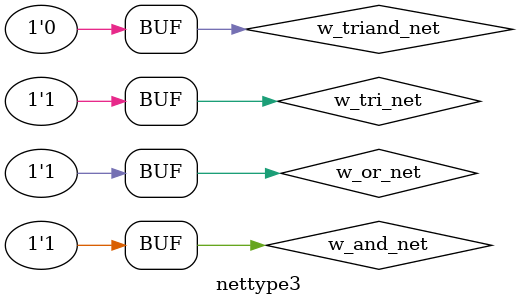
<source format=v>
module nettype3;
wand w_and_net;
wor w_or_net;
tri w_tri_net;
triand w_triand_net;
assign w_and_net = 1'b1;
assign #5 w_and_net = 1'b1;
assign w_or_net = 1'b0;
assign #7 w_or_net = 1'b1;
assign w_tri_net = (1'b1);
assign #10 w_tri_net = 1'bz;
assign #15 w_tri_net = 1'b0;
assign w_triand_net = 1'b1;
assign #20 w_triand_net = 1'b0;
assign #25 w_triand_net = 1'bz;
initial begin
    $monitor("Time=%0t | wand=%b wor=%b tri=%b triand=%b", $time, w_and_net, w_or_net, w_tri_net, w_triand_net);
end
endmodule


</source>
